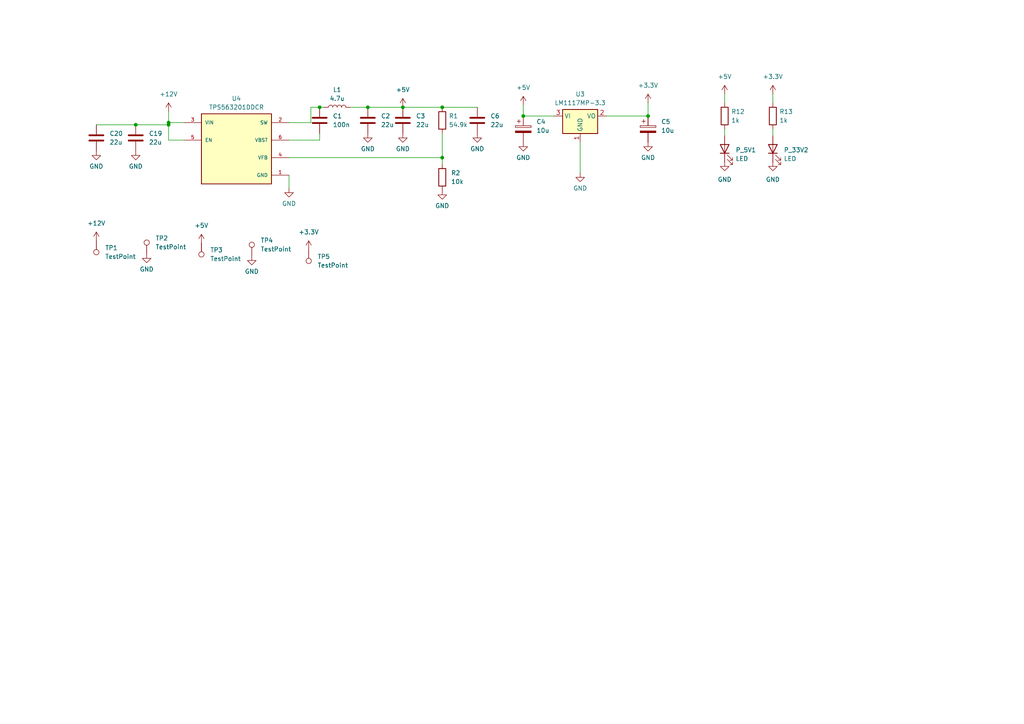
<source format=kicad_sch>
(kicad_sch (version 20231120) (generator "eeschema") (generator_version "8.0")
  (paper "A4")
  (lib_symbols
    (symbol "Connector:TestPoint" (pin_numbers hide) (pin_names (offset 0.762) hide)
      (property "Reference" "TP" (at 0 6.858 0))
      (property "Value" "TestPoint" (at 0 5.08 0))
      (symbol "TestPoint_0_1"
        (circle (center 0 3.302) (radius 0.762))
      )
      (symbol "TestPoint_1_1"
        (pin passive line (at 0 0 90) (length 2.54) (name "1") (number "1"))
      )
    )
    (symbol "Device:C" (pin_numbers hide) (pin_names (offset 0.254))
      (property "Reference" "C" (at 0.635 2.54 0))
      (property "Value" "C" (at 0.635 -2.54 0))
      (symbol "C_0_1"
        (polyline (pts (xy -2.032 -0.762) (xy 2.032 -0.762)) (stroke (width 0.508)))
        (polyline (pts (xy -2.032 0.762) (xy 2.032 0.762)) (stroke (width 0.508)))
      )
      (symbol "C_1_1"
        (pin passive line (at 0 3.81 270) (length 2.794) (name "~") (number "1"))
        (pin passive line (at 0 -3.81 90) (length 2.794) (name "~") (number "2"))
      )
    )
    (symbol "Device:C_Polarized" (pin_numbers hide) (pin_names (offset 0.254))
      (property "Reference" "C" (at 0.635 2.54 0))
      (property "Value" "C_Polarized" (at 0.635 -2.54 0))
      (symbol "C_Polarized_0_1"
        (rectangle (start -2.286 0.508) (end 2.286 1.016))
        (polyline (pts (xy -1.778 2.286) (xy -0.762 2.286)))
        (polyline (pts (xy -1.27 2.794) (xy -1.27 1.778)))
        (rectangle (start 2.286 -0.508) (end -2.286 -1.016) (fill (type outline)))
      )
      (symbol "C_Polarized_1_1"
        (pin passive line (at 0 3.81 270) (length 2.794) (name "~") (number "1"))
        (pin passive line (at 0 -3.81 90) (length 2.794) (name "~") (number "2"))
      )
    )
    (symbol "Device:L" (pin_numbers hide) (pin_names (offset 1.016) hide)
      (property "Reference" "L" (at -1.27 0 90))
      (property "Value" "L" (at 1.905 0 90))
      (symbol "L_0_1"
        (arc (start 0 -2.54) (mid 0.6323 -1.905) (end 0 -1.27))
        (arc (start 0 -1.27) (mid 0.6323 -0.635) (end 0 0))
        (arc (start 0 0) (mid 0.6323 0.635) (end 0 1.27))
        (arc (start 0 1.27) (mid 0.6323 1.905) (end 0 2.54))
      )
      (symbol "L_1_1"
        (pin passive line (at 0 3.81 270) (length 1.27) (name "1") (number "1"))
        (pin passive line (at 0 -3.81 90) (length 1.27) (name "2") (number "2"))
      )
    )
    (symbol "Device:LED" (pin_numbers hide) (pin_names (offset 1.016) hide)
      (property "Reference" "D" (at 0 2.54 0))
      (property "Value" "LED" (at 0 -2.54 0))
      (symbol "LED_0_1"
        (polyline (pts (xy -1.27 -1.27) (xy -1.27 1.27)) (stroke (width 0.254)))
        (polyline (pts (xy -1.27 0) (xy 1.27 0)))
        (polyline (pts (xy 1.27 -1.27) (xy 1.27 1.27) (xy -1.27 0) (xy 1.27 -1.27)) (stroke (width 0.254)))
        (polyline (pts (xy -3.048 -0.762) (xy -4.572 -2.286) (xy -3.81 -2.286) (xy -4.572 -2.286) (xy -4.572 -1.524)))
        (polyline (pts (xy -1.778 -0.762) (xy -3.302 -2.286) (xy -2.54 -2.286) (xy -3.302 -2.286) (xy -3.302 -1.524)))
      )
      (symbol "LED_1_1"
        (pin passive line (at -3.81 0 0) (length 2.54) (name "K") (number "1"))
        (pin passive line (at 3.81 0 180) (length 2.54) (name "A") (number "2"))
      )
    )
    (symbol "Device:R" (pin_numbers hide) (pin_names (offset 0))
      (property "Reference" "R" (at 2.032 0 90))
      (property "Value" "R" (at 0 0 90))
      (symbol "R_0_1"
        (rectangle (start -1.016 -2.54) (end 1.016 2.54) (stroke (width 0.254)))
      )
      (symbol "R_1_1"
        (pin passive line (at 0 3.81 270) (length 1.27) (name "~") (number "1"))
        (pin passive line (at 0 -3.81 90) (length 1.27) (name "~") (number "2"))
      )
    )
    (symbol "GND_1" (power) (pin_numbers hide) (pin_names (offset 0) hide)
      (property "Value" "GND" (at 0 -3.81 0))
      (symbol "GND_1_0_1"
        (polyline (pts (xy 0 0) (xy 0 -1.27) (xy 1.27 -1.27) (xy 0 -2.54) (xy -1.27 -1.27) (xy 0 -1.27)))
      )
      (symbol "GND_1_1_1"
        (pin power_in line (at 0 0 270) (length 0) (name "~") (number "1"))
      )
    )
    (symbol "Regulator_Linear:LM1117MP-3.3"
      (property "Reference" "U" (at -3.81 3.175 0))
      (property "Value" "LM1117MP-3.3" (at 0 3.175 0))
      (symbol "LM1117MP-3.3_0_1"
        (rectangle (start -5.08 -5.08) (end 5.08 1.905) (stroke (width 0.254)) (fill (type background)))
      )
      (symbol "LM1117MP-3.3_1_1"
        (pin power_in line (at 0 -7.62 90) (length 2.54) (name "GND") (number "1"))
        (pin power_out line (at 7.62 0 180) (length 2.54) (name "VO") (number "2"))
        (pin power_in line (at -7.62 0 0) (length 2.54) (name "VI") (number "3"))
      )
    )
    (symbol "TPS563201DDCR:TPS563201DDCR" (pin_names (offset 1.016))
      (property "Reference" "U" (at -10.16 12.7 0))
      (property "Value" "TPS563201DDCR" (at -10.16 -12.7 0))
      (symbol "TPS563201DDCR_0_0"
        (rectangle (start -10.16 -10.16) (end 10.16 10.16) (stroke (width 0.254)) (fill (type background)))
        (pin power_in line (at 15.24 -7.62 180) (length 5.08) (name "GND") (number "1"))
        (pin output line (at 15.24 7.62 180) (length 5.08) (name "SW") (number "2"))
        (pin input line (at -15.24 7.62 0) (length 5.08) (name "VIN") (number "3"))
        (pin input line (at 15.24 -2.54 180) (length 5.08) (name "VFB") (number "4"))
        (pin input line (at -15.24 2.54 0) (length 5.08) (name "EN") (number "5"))
        (pin output line (at 15.24 2.54 180) (length 5.08) (name "VBST") (number "6"))
      )
    )
    (symbol "power:+3.3V" (power) (pin_names (offset 0))
      (property "Value" "+3.3V" (at 0 3.556 0))
      (symbol "+3.3V_0_1"
        (polyline (pts (xy -0.762 1.27) (xy 0 2.54)))
        (polyline (pts (xy 0 0) (xy 0 2.54)))
        (polyline (pts (xy 0 2.54) (xy 0.762 1.27)))
      )
      (symbol "+3.3V_1_1"
        (pin power_in line (at 0 0 90) (length 0) hide (name "+3.3V") (number "1"))
      )
    )
    (symbol "power:GND" (power) (pin_names (offset 0))
      (property "Value" "GND" (at 0 -3.81 0))
      (symbol "GND_0_1"
        (polyline (pts (xy 0 0) (xy 0 -1.27) (xy 1.27 -1.27) (xy 0 -2.54) (xy -1.27 -1.27) (xy 0 -1.27)))
      )
      (symbol "GND_1_1"
        (pin power_in line (at 0 0 270) (length 0) hide (name "GND") (number "1"))
      )
    )
    (symbol "power:VCC" (power) (pin_names (offset 0))
      (property "Value" "VCC" (at 0 3.81 0))
      (symbol "VCC_0_1"
        (polyline (pts (xy -0.762 1.27) (xy 0 2.54)))
        (polyline (pts (xy 0 0) (xy 0 2.54)))
        (polyline (pts (xy 0 2.54) (xy 0.762 1.27)))
      )
      (symbol "VCC_1_1"
        (pin power_in line (at 0 0 90) (length 0) hide (name "VCC") (number "1"))
      )
    )
  )
  (junction (at 116.84 31.115))
  (junction (at 128.27 45.72))
  (junction (at 187.96 33.655))
  (junction (at 48.895 36.195))
  (junction (at 48.895 35.56))
  (junction (at 92.71 31.115))
  (junction (at 151.765 33.655))
  (junction (at 39.37 36.195))
  (junction (at 106.68 31.115))
  (junction (at 128.27 31.115))
  (wire (pts (xy 168.275 41.275) (xy 168.275 50.165)))
  (wire (pts (xy 83.82 50.8) (xy 83.82 54.61)))
  (wire (pts (xy 116.84 31.115) (xy 128.27 31.115)))
  (wire (pts (xy 48.895 36.195) (xy 48.895 35.56)))
  (wire (pts (xy 101.6 31.115) (xy 106.68 31.115)))
  (wire (pts (xy 92.71 40.64) (xy 92.71 38.735)))
  (wire (pts (xy 92.71 31.115) (xy 93.98 31.115)))
  (wire (pts (xy 90.17 31.115) (xy 90.17 35.56)))
  (wire (pts (xy 128.27 31.115) (xy 138.43 31.115)))
  (wire (pts (xy 53.34 40.64) (xy 48.895 40.64)))
  (wire (pts (xy 39.37 36.195) (xy 48.895 36.195)))
  (wire (pts (xy 48.895 40.64) (xy 48.895 36.195)))
  (wire (pts (xy 151.765 33.655) (xy 160.655 33.655)))
  (wire (pts (xy 224.155 27.305) (xy 224.155 29.845)))
  (wire (pts (xy 210.185 37.465) (xy 210.185 39.37)))
  (wire (pts (xy 210.185 27.305) (xy 210.185 29.845)))
  (wire (pts (xy 83.82 35.56) (xy 90.17 35.56)))
  (wire (pts (xy 48.895 32.385) (xy 48.895 35.56)))
  (wire (pts (xy 151.765 30.48) (xy 151.765 33.655)))
  (wire (pts (xy 83.82 45.72) (xy 128.27 45.72)))
  (wire (pts (xy 27.94 36.195) (xy 39.37 36.195)))
  (wire (pts (xy 83.82 40.64) (xy 92.71 40.64)))
  (wire (pts (xy 48.895 35.56) (xy 53.34 35.56)))
  (wire (pts (xy 128.27 38.735) (xy 128.27 45.72)))
  (wire (pts (xy 90.17 31.115) (xy 92.71 31.115)))
  (wire (pts (xy 224.155 37.465) (xy 224.155 39.37)))
  (wire (pts (xy 128.27 45.72) (xy 128.27 47.625)))
  (wire (pts (xy 106.68 31.115) (xy 116.84 31.115)))
  (wire (pts (xy 175.895 33.655) (xy 187.96 33.655)))
  (wire (pts (xy 187.96 33.655) (xy 187.96 29.845)))
  (symbol (lib_name "GND_1") (lib_id "power:GND") (at 224.155 46.99 0) (unit 1)
    (property "Reference" "#PWR067" (effects (hide yes)))
    (property "Value" "GND" (at 224.155 52.07 0))
    (property "Description" "Power symbol creates a global label with name \"GND\" , ground" (effects (hide yes)))
  )
  (symbol (lib_id "Connector:TestPoint") (at 89.535 72.39 180) (unit 1)
    (property "Reference" "TP5" (at 92.075 74.4219 0) (effects (justify right)))
    (property "Value" "TestPoint" (at 92.075 76.9619 0) (effects (justify right)))
    (property "Footprint" "TestPoint:TestPoint_Pad_D3.0mm" (effects (hide yes)))
    (property "Description" "test point" (effects (hide yes)))
  )
  (symbol (lib_id "power:+3.3V") (at 58.42 70.485 0) (unit 1)
    (property "Reference" "#PWR072" (effects (hide yes)))
    (property "Value" "+5V" (at 58.42 65.405 0))
  )
  (symbol (lib_id "Device:C") (at 138.43 34.925 0) (unit 1)
    (property "Reference" "C6" (at 142.24 33.6549 0) (effects (justify left)))
    (property "Value" "22u" (at 142.24 36.1949 0) (effects (justify left)))
    (property "Footprint" "Capacitor_SMD:C_0805_2012Metric_Pad1.18x1.45mm_HandSolder" (effects (hide yes)))
    (property "Description" "Unpolarized capacitor" (effects (hide yes)))
  )
  (symbol (lib_id "Device:R") (at 210.185 33.655 0) (unit 1)
    (property "Reference" "R12" (at 212.09 32.3849 0) (effects (justify left)))
    (property "Value" "1k" (at 212.09 34.9249 0) (effects (justify left)))
    (property "Footprint" "Resistor_SMD:R_0603_1608Metric_Pad0.98x0.95mm_HandSolder" (effects (hide yes)))
    (property "Description" "Resistor" (effects (hide yes)))
  )
  (symbol (lib_id "Device:C") (at 106.68 34.925 0) (unit 1)
    (property "Reference" "C2" (at 110.49 33.6549 0) (effects (justify left)))
    (property "Value" "22u" (at 110.49 36.1949 0) (effects (justify left)))
    (property "Footprint" "Capacitor_SMD:C_0805_2012Metric_Pad1.18x1.45mm_HandSolder" (effects (hide yes)))
    (property "Description" "Unpolarized capacitor" (effects (hide yes)))
  )
  (symbol (lib_id "power:+3.3V") (at 89.535 72.39 0) (unit 1)
    (property "Reference" "#PWR074" (effects (hide yes)))
    (property "Value" "+3.3V" (at 89.535 67.31 0))
  )
  (symbol (lib_id "power:VCC") (at 27.94 69.85 0) (unit 1)
    (property "Reference" "#PWR068" (effects (hide yes)))
    (property "Value" "+12V" (at 27.94 64.77 0))
    (property "Description" "Power symbol creates a global label with name \"VCC\"" (effects (hide yes)))
  )
  (symbol (lib_id "Device:R") (at 128.27 51.435 0) (unit 1)
    (property "Reference" "R2" (at 130.81 50.1649 0) (effects (justify left)))
    (property "Value" "10k" (at 130.81 52.7049 0) (effects (justify left)))
    (property "Footprint" "Resistor_SMD:R_0603_1608Metric_Pad0.98x0.95mm_HandSolder" (effects (hide yes)))
    (property "Description" "Resistor" (effects (hide yes)))
  )
  (symbol (lib_id "Connector:TestPoint") (at 27.94 69.85 180) (unit 1)
    (property "Reference" "TP1" (at 30.48 71.8819 0) (effects (justify right)))
    (property "Value" "TestPoint" (at 30.48 74.4219 0) (effects (justify right)))
    (property "Footprint" "TestPoint:TestPoint_Pad_D3.0mm" (effects (hide yes)))
    (property "Description" "test point" (effects (hide yes)))
  )
  (symbol (lib_id "power:+3.3V") (at 210.185 27.305 0) (unit 1)
    (property "Reference" "#PWR064" (effects (hide yes)))
    (property "Value" "+5V" (at 210.185 22.225 0))
  )
  (symbol (lib_id "power:GND") (at 39.37 43.815 0) (unit 1)
    (property "Reference" "#PWR044" (effects (hide yes)))
    (property "Value" "GND" (at 39.37 48.26 0))
    (property "Description" "Power symbol creates a global label with name \"GND\" , ground" (effects (hide yes)))
  )
  (symbol (lib_id "power:GND") (at 83.82 54.61 0) (unit 1)
    (property "Reference" "#PWR05" (effects (hide yes)))
    (property "Value" "GND" (at 83.82 59.055 0))
    (property "Description" "Power symbol creates a global label with name \"GND\" , ground" (effects (hide yes)))
  )
  (symbol (lib_id "Device:C") (at 92.71 34.925 180) (unit 1)
    (property "Reference" "C1" (at 96.52 33.6549 0) (effects (justify right)))
    (property "Value" "100n" (at 96.52 36.1949 0) (effects (justify right)))
    (property "Footprint" "Capacitor_SMD:C_0603_1608Metric_Pad1.08x0.95mm_HandSolder" (effects (hide yes)))
    (property "Description" "Unpolarized capacitor" (effects (hide yes)))
  )
  (symbol (lib_id "power:GND") (at 151.765 41.275 0) (unit 1)
    (property "Reference" "#PWR013" (effects (hide yes)))
    (property "Value" "GND" (at 151.765 45.72 0))
    (property "Description" "Power symbol creates a global label with name \"GND\" , ground" (effects (hide yes)))
  )
  (symbol (lib_id "power:GND") (at 27.94 43.815 0) (unit 1)
    (property "Reference" "#PWR045" (effects (hide yes)))
    (property "Value" "GND" (at 27.94 48.26 0))
    (property "Description" "Power symbol creates a global label with name \"GND\" , ground" (effects (hide yes)))
  )
  (symbol (lib_id "Device:R") (at 224.155 33.655 0) (unit 1)
    (property "Reference" "R13" (at 226.06 32.3849 0) (effects (justify left)))
    (property "Value" "1k" (at 226.06 34.9249 0) (effects (justify left)))
    (property "Footprint" "Resistor_SMD:R_0603_1608Metric_Pad0.98x0.95mm_HandSolder" (effects (hide yes)))
    (property "Description" "Resistor" (effects (hide yes)))
  )
  (symbol (lib_id "power:GND") (at 128.27 55.245 0) (unit 1)
    (property "Reference" "#PWR09" (effects (hide yes)))
    (property "Value" "GND" (at 128.27 59.69 0))
    (property "Description" "Power symbol creates a global label with name \"GND\" , ground" (effects (hide yes)))
  )
  (symbol (lib_id "Device:R") (at 128.27 34.925 0) (unit 1)
    (property "Reference" "R1" (at 130.175 33.6549 0) (effects (justify left)))
    (property "Value" "54.9k" (at 130.175 36.1949 0) (effects (justify left)))
    (property "Footprint" "Resistor_SMD:R_0603_1608Metric_Pad0.98x0.95mm_HandSolder" (effects (hide yes)))
    (property "Description" "Resistor" (effects (hide yes)))
  )
  (symbol (lib_id "Device:C") (at 116.84 34.925 0) (unit 1)
    (property "Reference" "C3" (at 120.65 33.6549 0) (effects (justify left)))
    (property "Value" "22u" (at 120.65 36.1949 0) (effects (justify left)))
    (property "Footprint" "Capacitor_SMD:C_0805_2012Metric_Pad1.18x1.45mm_HandSolder" (effects (hide yes)))
    (property "Description" "Unpolarized capacitor" (effects (hide yes)))
  )
  (symbol (lib_id "Connector:TestPoint") (at 58.42 70.485 180) (unit 1)
    (property "Reference" "TP3" (at 60.96 72.5169 0) (effects (justify right)))
    (property "Value" "TestPoint" (at 60.96 75.0569 0) (effects (justify right)))
    (property "Footprint" "TestPoint:TestPoint_Pad_D3.0mm" (effects (hide yes)))
    (property "Description" "test point" (effects (hide yes)))
  )
  (symbol (lib_name "GND_1") (lib_id "power:GND") (at 210.185 46.99 0) (unit 1)
    (property "Reference" "#PWR065" (effects (hide yes)))
    (property "Value" "GND" (at 210.185 52.07 0))
    (property "Description" "Power symbol creates a global label with name \"GND\" , ground" (effects (hide yes)))
  )
  (symbol (lib_id "power:GND") (at 138.43 38.735 0) (unit 1)
    (property "Reference" "#PWR017" (effects (hide yes)))
    (property "Value" "GND" (at 138.43 43.18 0))
    (property "Description" "Power symbol creates a global label with name \"GND\" , ground" (effects (hide yes)))
  )
  (symbol (lib_id "Device:C_Polarized") (at 151.765 37.465 0) (unit 1)
    (property "Reference" "C4" (at 155.575 35.3059 0) (effects (justify left)))
    (property "Value" "10u" (at 155.575 37.8459 0) (effects (justify left)))
    (property "Footprint" "Capacitor_Tantalum_SMD:CP_EIA-3528-21_Kemet-B_Pad1.50x2.35mm_HandSolder" (effects (hide yes)))
    (property "Description" "Polarized capacitor" (effects (hide yes)))
  )
  (symbol (lib_id "Device:C_Polarized") (at 187.96 37.465 0) (unit 1)
    (property "Reference" "C5" (at 191.77 35.3059 0) (effects (justify left)))
    (property "Value" "10u" (at 191.77 37.8459 0) (effects (justify left)))
    (property "Footprint" "Capacitor_Tantalum_SMD:CP_EIA-3528-21_Kemet-B_Pad1.50x2.35mm_HandSolder" (effects (hide yes)))
    (property "Description" "Polarized capacitor" (effects (hide yes)))
  )
  (symbol (lib_id "Regulator_Linear:LM1117MP-3.3") (at 168.275 33.655 0) (unit 1)
    (property "Reference" "U3" (at 168.275 27.305 0))
    (property "Value" "LM1117MP-3.3" (at 168.275 29.845 0))
    (property "Footprint" "Package_TO_SOT_SMD:SOT-223" (effects (hide yes)))
    (property "Datasheet" "http://www.ti.com/lit/ds/symlink/lm1117.pdf" (effects (hide yes)))
    (property "Description" "800mA Low-Dropout Linear Regulator, 3.3V fixed output, SOT-223" (effects (hide yes)))
  )
  (symbol (lib_id "power:GND") (at 168.275 50.165 0) (unit 1)
    (property "Reference" "#PWR011" (effects (hide yes)))
    (property "Value" "GND" (at 168.275 54.61 0))
    (property "Description" "Power symbol creates a global label with name \"GND\" , ground" (effects (hide yes)))
  )
  (symbol (lib_id "Device:C") (at 39.37 40.005 0) (unit 1)
    (property "Reference" "C19" (at 43.18 38.7349 0) (effects (justify left)))
    (property "Value" "22u" (at 43.18 41.2749 0) (effects (justify left)))
    (property "Footprint" "Capacitor_SMD:C_0805_2012Metric_Pad1.18x1.45mm_HandSolder" (effects (hide yes)))
    (property "Description" "Unpolarized capacitor" (effects (hide yes)))
  )
  (symbol (lib_id "power:GND") (at 73.025 74.295 0) (unit 1)
    (property "Reference" "#PWR073" (effects (hide yes)))
    (property "Value" "GND" (at 73.025 78.74 0))
    (property "Description" "Power symbol creates a global label with name \"GND\" , ground" (effects (hide yes)))
  )
  (symbol (lib_id "Connector:TestPoint") (at 42.545 73.66 0) (unit 1)
    (property "Reference" "TP2" (at 45.085 69.0879 0) (effects (justify left)))
    (property "Value" "TestPoint" (at 45.085 71.6279 0) (effects (justify left)))
    (property "Footprint" "TestPoint:TestPoint_Pad_3.0x3.0mm" (effects (hide yes)))
    (property "Description" "test point" (effects (hide yes)))
  )
  (symbol (lib_id "power:VCC") (at 48.895 32.385 0) (unit 1)
    (property "Reference" "#PWR04" (effects (hide yes)))
    (property "Value" "+12V" (at 48.895 27.305 0))
    (property "Description" "Power symbol creates a global label with name \"VCC\"" (effects (hide yes)))
  )
  (symbol (lib_id "power:+3.3V") (at 116.84 31.115 0) (unit 1)
    (property "Reference" "#PWR07" (effects (hide yes)))
    (property "Value" "+5V" (at 116.84 26.035 0))
  )
  (symbol (lib_id "Device:L") (at 97.79 31.115 90) (unit 1)
    (property "Reference" "L1" (at 97.79 26.035 90))
    (property "Value" "4.7u" (at 97.79 28.575 90))
    (property "Footprint" "Inductor_SMD:L_Changjiang_FNR6045S" (effects (hide yes)))
    (property "Description" "Inductor DJNR6045-1R0-S" (effects (hide yes)))
  )
  (symbol (lib_id "Device:LED") (at 224.155 43.18 90) (unit 1)
    (property "Reference" "P_33V2" (at 227.33 43.4974 90) (effects (justify right)))
    (property "Value" "LED" (at 227.33 46.0374 90) (effects (justify right)))
    (property "Footprint" "LED_SMD:LED_0805_2012Metric_Pad1.15x1.40mm_HandSolder" (effects (hide yes)))
    (property "Description" "Light emitting diode" (effects (hide yes)))
  )
  (symbol (lib_id "power:GND") (at 106.68 38.735 0) (unit 1)
    (property "Reference" "#PWR06" (effects (hide yes)))
    (property "Value" "GND" (at 106.68 43.18 0))
    (property "Description" "Power symbol creates a global label with name \"GND\" , ground" (effects (hide yes)))
  )
  (symbol (lib_id "power:GND") (at 42.545 73.66 0) (unit 1)
    (property "Reference" "#PWR070" (effects (hide yes)))
    (property "Value" "GND" (at 42.545 78.105 0))
    (property "Description" "Power symbol creates a global label with name \"GND\" , ground" (effects (hide yes)))
  )
  (symbol (lib_id "Device:C") (at 27.94 40.005 0) (unit 1)
    (property "Reference" "C20" (at 31.75 38.7349 0) (effects (justify left)))
    (property "Value" "22u" (at 31.75 41.2749 0) (effects (justify left)))
    (property "Footprint" "Capacitor_SMD:C_0805_2012Metric_Pad1.18x1.45mm_HandSolder" (effects (hide yes)))
    (property "Description" "Unpolarized capacitor" (effects (hide yes)))
  )
  (symbol (lib_id "Connector:TestPoint") (at 73.025 74.295 0) (unit 1)
    (property "Reference" "TP4" (at 75.565 69.7229 0) (effects (justify left)))
    (property "Value" "TestPoint" (at 75.565 72.2629 0) (effects (justify left)))
    (property "Footprint" "TestPoint:TestPoint_Pad_3.0x3.0mm" (effects (hide yes)))
    (property "Description" "test point" (effects (hide yes)))
  )
  (symbol (lib_id "power:GND") (at 116.84 38.735 0) (unit 1)
    (property "Reference" "#PWR08" (effects (hide yes)))
    (property "Value" "GND" (at 116.84 43.18 0))
    (property "Description" "Power symbol creates a global label with name \"GND\" , ground" (effects (hide yes)))
  )
  (symbol (lib_id "power:GND") (at 187.96 41.275 0) (unit 1)
    (property "Reference" "#PWR014" (effects (hide yes)))
    (property "Value" "GND" (at 187.96 45.72 0))
    (property "Description" "Power symbol creates a global label with name \"GND\" , ground" (effects (hide yes)))
  )
  (symbol (lib_id "power:+3.3V") (at 224.155 27.305 0) (unit 1)
    (property "Reference" "#PWR066" (effects (hide yes)))
    (property "Value" "+3.3V" (at 224.155 22.225 0))
  )
  (symbol (lib_id "power:+3.3V") (at 151.765 30.48 0) (unit 1)
    (property "Reference" "#PWR010" (effects (hide yes)))
    (property "Value" "+5V" (at 151.765 25.4 0))
  )
  (symbol (lib_id "power:+3.3V") (at 187.96 29.845 0) (unit 1)
    (property "Reference" "#PWR012" (effects (hide yes)))
    (property "Value" "+3.3V" (at 187.96 24.765 0))
  )
  (symbol (lib_id "Device:LED") (at 210.185 43.18 90) (unit 1)
    (property "Reference" "P_5V1" (at 213.36 43.4974 90) (effects (justify right)))
    (property "Value" "LED" (at 213.36 46.0374 90) (effects (justify right)))
    (property "Footprint" "LED_SMD:LED_0805_2012Metric_Pad1.15x1.40mm_HandSolder" (effects (hide yes)))
    (property "Description" "Light emitting diode" (effects (hide yes)))
  )
  (symbol (lib_id "TPS563201DDCR:TPS563201DDCR") (at 68.58 43.18 0) (unit 1)
    (property "Reference" "U4" (at 68.58 28.575 0))
    (property "Value" "TPS563201DDCR" (at 68.58 31.115 0))
    (property "Footprint" "TPS563201DDCR:SOT95P280X110-6N" (effects (hide yes)))
    (property "MF" "Texas Instruments" (effects (hide yes)))
    (property "MAXIMUM_PACKAGE_HEIGHT" "1.10mm" (effects (hide yes)))
    (property "Package" "SOT-23-THN-6 Texas Instruments" (effects (hide yes)))
    (property "Price" "None" (effects (hide yes)))
    (property "Check_prices" "https://www.snapeda.com/parts/TPS563201DDCR/Texas+Instruments/view-part/?ref=eda" (effects (hide yes)))
    (property "STANDARD" "IPC-7351B" (effects (hide yes)))
    (property "PARTREV" "December 2015" (effects (hide yes)))
    (property "SnapEDA_Link" "https://www.snapeda.com/parts/TPS563201DDCR/Texas+Instruments/view-part/?ref=snap" (effects (hide yes)))
    (property "MP" "TPS563201DDCR" (effects (hide yes)))
    (property "Purchase-URL" "https://www.snapeda.com/api/url_track_click_mouser/?unipart_id=1236927&manufacturer=Texas Instruments&part_name=TPS563201DDCR&search_term=tps563201" (effects (hide yes)))
    (property "Description_1" "\n4.5 V to 17 V input, 3 A output, synchronous step-down converter in Eco-mode\n" (effects (hide yes)))
    (property "Availability" "In Stock" (effects (hide yes)))
    (property "MANUFACTURER" "Texas Instruments" (effects (hide yes)))
  )
)
</source>
